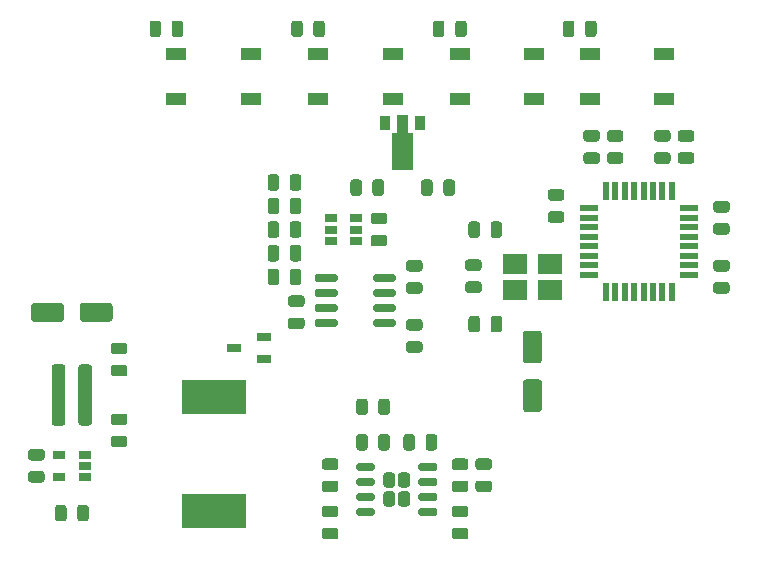
<source format=gbr>
%TF.GenerationSoftware,KiCad,Pcbnew,(5.99.0-2619-gb519867d9)*%
%TF.CreationDate,2020-08-09T22:36:05+05:30*%
%TF.ProjectId,Power_Supply,506f7765-725f-4537-9570-706c792e6b69,rev?*%
%TF.SameCoordinates,Original*%
%TF.FileFunction,Paste,Top*%
%TF.FilePolarity,Positive*%
%FSLAX46Y46*%
G04 Gerber Fmt 4.6, Leading zero omitted, Abs format (unit mm)*
G04 Created by KiCad (PCBNEW (5.99.0-2619-gb519867d9)) date 2020-08-09 22:36:05*
%MOMM*%
%LPD*%
G01*
G04 APERTURE LIST*
%ADD10R,1.600000X0.550000*%
%ADD11R,0.550000X1.600000*%
%ADD12R,2.100000X1.725000*%
%ADD13R,1.700000X1.000000*%
%ADD14R,5.400000X2.900000*%
%ADD15R,1.060000X0.650000*%
%ADD16R,0.900000X1.300000*%
%ADD17R,1.220000X0.650000*%
G04 APERTURE END LIST*
%TO.C,U3*%
G36*
G01*
X82375000Y-52805000D02*
X82375000Y-53595000D01*
G75*
G02*
X82125000Y-53845000I-250000J0D01*
G01*
X81615000Y-53845000D01*
G75*
G02*
X81365000Y-53595000I0J250000D01*
G01*
X81365000Y-52805000D01*
G75*
G02*
X81615000Y-52555000I250000J0D01*
G01*
X82125000Y-52555000D01*
G75*
G02*
X82375000Y-52805000I0J-250000D01*
G01*
G37*
G36*
G01*
X82375000Y-54405000D02*
X82375000Y-55195000D01*
G75*
G02*
X82125000Y-55445000I-250000J0D01*
G01*
X81615000Y-55445000D01*
G75*
G02*
X81365000Y-55195000I0J250000D01*
G01*
X81365000Y-54405000D01*
G75*
G02*
X81615000Y-54155000I250000J0D01*
G01*
X82125000Y-54155000D01*
G75*
G02*
X82375000Y-54405000I0J-250000D01*
G01*
G37*
G36*
G01*
X83635000Y-52805000D02*
X83635000Y-53595000D01*
G75*
G02*
X83385000Y-53845000I-250000J0D01*
G01*
X82875000Y-53845000D01*
G75*
G02*
X82625000Y-53595000I0J250000D01*
G01*
X82625000Y-52805000D01*
G75*
G02*
X82875000Y-52555000I250000J0D01*
G01*
X83385000Y-52555000D01*
G75*
G02*
X83635000Y-52805000I0J-250000D01*
G01*
G37*
G36*
G01*
X83635000Y-54405000D02*
X83635000Y-55195000D01*
G75*
G02*
X83385000Y-55445000I-250000J0D01*
G01*
X82875000Y-55445000D01*
G75*
G02*
X82625000Y-55195000I0J250000D01*
G01*
X82625000Y-54405000D01*
G75*
G02*
X82875000Y-54155000I250000J0D01*
G01*
X83385000Y-54155000D01*
G75*
G02*
X83635000Y-54405000I0J-250000D01*
G01*
G37*
G36*
G01*
X80675000Y-55755000D02*
X80675000Y-56055000D01*
G75*
G02*
X80525000Y-56205000I-150000J0D01*
G01*
X79200000Y-56205000D01*
G75*
G02*
X79050000Y-56055000I0J150000D01*
G01*
X79050000Y-55755000D01*
G75*
G02*
X79200000Y-55605000I150000J0D01*
G01*
X80525000Y-55605000D01*
G75*
G02*
X80675000Y-55755000I0J-150000D01*
G01*
G37*
G36*
G01*
X80675000Y-54485000D02*
X80675000Y-54785000D01*
G75*
G02*
X80525000Y-54935000I-150000J0D01*
G01*
X79200000Y-54935000D01*
G75*
G02*
X79050000Y-54785000I0J150000D01*
G01*
X79050000Y-54485000D01*
G75*
G02*
X79200000Y-54335000I150000J0D01*
G01*
X80525000Y-54335000D01*
G75*
G02*
X80675000Y-54485000I0J-150000D01*
G01*
G37*
G36*
G01*
X80675000Y-53215000D02*
X80675000Y-53515000D01*
G75*
G02*
X80525000Y-53665000I-150000J0D01*
G01*
X79200000Y-53665000D01*
G75*
G02*
X79050000Y-53515000I0J150000D01*
G01*
X79050000Y-53215000D01*
G75*
G02*
X79200000Y-53065000I150000J0D01*
G01*
X80525000Y-53065000D01*
G75*
G02*
X80675000Y-53215000I0J-150000D01*
G01*
G37*
G36*
G01*
X80675000Y-51945000D02*
X80675000Y-52245000D01*
G75*
G02*
X80525000Y-52395000I-150000J0D01*
G01*
X79200000Y-52395000D01*
G75*
G02*
X79050000Y-52245000I0J150000D01*
G01*
X79050000Y-51945000D01*
G75*
G02*
X79200000Y-51795000I150000J0D01*
G01*
X80525000Y-51795000D01*
G75*
G02*
X80675000Y-51945000I0J-150000D01*
G01*
G37*
G36*
G01*
X85950000Y-51945000D02*
X85950000Y-52245000D01*
G75*
G02*
X85800000Y-52395000I-150000J0D01*
G01*
X84475000Y-52395000D01*
G75*
G02*
X84325000Y-52245000I0J150000D01*
G01*
X84325000Y-51945000D01*
G75*
G02*
X84475000Y-51795000I150000J0D01*
G01*
X85800000Y-51795000D01*
G75*
G02*
X85950000Y-51945000I0J-150000D01*
G01*
G37*
G36*
G01*
X85950000Y-53215000D02*
X85950000Y-53515000D01*
G75*
G02*
X85800000Y-53665000I-150000J0D01*
G01*
X84475000Y-53665000D01*
G75*
G02*
X84325000Y-53515000I0J150000D01*
G01*
X84325000Y-53215000D01*
G75*
G02*
X84475000Y-53065000I150000J0D01*
G01*
X85800000Y-53065000D01*
G75*
G02*
X85950000Y-53215000I0J-150000D01*
G01*
G37*
G36*
G01*
X85950000Y-54485000D02*
X85950000Y-54785000D01*
G75*
G02*
X85800000Y-54935000I-150000J0D01*
G01*
X84475000Y-54935000D01*
G75*
G02*
X84325000Y-54785000I0J150000D01*
G01*
X84325000Y-54485000D01*
G75*
G02*
X84475000Y-54335000I150000J0D01*
G01*
X85800000Y-54335000D01*
G75*
G02*
X85950000Y-54485000I0J-150000D01*
G01*
G37*
G36*
G01*
X85950000Y-55755000D02*
X85950000Y-56055000D01*
G75*
G02*
X85800000Y-56205000I-150000J0D01*
G01*
X84475000Y-56205000D01*
G75*
G02*
X84325000Y-56055000I0J150000D01*
G01*
X84325000Y-55755000D01*
G75*
G02*
X84475000Y-55605000I150000J0D01*
G01*
X85800000Y-55605000D01*
G75*
G02*
X85950000Y-55755000I0J-150000D01*
G01*
G37*
%TD*%
D10*
%TO.C,U2*%
X98750000Y-30200000D03*
X98750000Y-31000000D03*
X98750000Y-31800000D03*
X98750000Y-32600000D03*
X98750000Y-33400000D03*
X98750000Y-34200000D03*
X98750000Y-35000000D03*
X98750000Y-35800000D03*
D11*
X100200000Y-37250000D03*
X101000000Y-37250000D03*
X101800000Y-37250000D03*
X102600000Y-37250000D03*
X103400000Y-37250000D03*
X104200000Y-37250000D03*
X105000000Y-37250000D03*
X105800000Y-37250000D03*
D10*
X107250000Y-35800000D03*
X107250000Y-35000000D03*
X107250000Y-34200000D03*
X107250000Y-33400000D03*
X107250000Y-32600000D03*
X107250000Y-31800000D03*
X107250000Y-31000000D03*
X107250000Y-30200000D03*
D11*
X105800000Y-28750000D03*
X105000000Y-28750000D03*
X104200000Y-28750000D03*
X103400000Y-28750000D03*
X102600000Y-28750000D03*
X101800000Y-28750000D03*
X101000000Y-28750000D03*
X100200000Y-28750000D03*
%TD*%
%TO.C,R20*%
G36*
G01*
X83543750Y-34575000D02*
X84456250Y-34575000D01*
G75*
G02*
X84700000Y-34818750I0J-243750D01*
G01*
X84700000Y-35306250D01*
G75*
G02*
X84456250Y-35550000I-243750J0D01*
G01*
X83543750Y-35550000D01*
G75*
G02*
X83300000Y-35306250I0J243750D01*
G01*
X83300000Y-34818750D01*
G75*
G02*
X83543750Y-34575000I243750J0D01*
G01*
G37*
G36*
G01*
X83543750Y-36450000D02*
X84456250Y-36450000D01*
G75*
G02*
X84700000Y-36693750I0J-243750D01*
G01*
X84700000Y-37181250D01*
G75*
G02*
X84456250Y-37425000I-243750J0D01*
G01*
X83543750Y-37425000D01*
G75*
G02*
X83300000Y-37181250I0J243750D01*
G01*
X83300000Y-36693750D01*
G75*
G02*
X83543750Y-36450000I243750J0D01*
G01*
G37*
%TD*%
%TO.C,C3*%
G36*
G01*
X78575000Y-28893750D02*
X78575000Y-27981250D01*
G75*
G02*
X78818750Y-27737500I243750J0D01*
G01*
X79306250Y-27737500D01*
G75*
G02*
X79550000Y-27981250I0J-243750D01*
G01*
X79550000Y-28893750D01*
G75*
G02*
X79306250Y-29137500I-243750J0D01*
G01*
X78818750Y-29137500D01*
G75*
G02*
X78575000Y-28893750I0J243750D01*
G01*
G37*
G36*
G01*
X80450000Y-28893750D02*
X80450000Y-27981250D01*
G75*
G02*
X80693750Y-27737500I243750J0D01*
G01*
X81181250Y-27737500D01*
G75*
G02*
X81425000Y-27981250I0J-243750D01*
G01*
X81425000Y-28893750D01*
G75*
G02*
X81181250Y-29137500I-243750J0D01*
G01*
X80693750Y-29137500D01*
G75*
G02*
X80450000Y-28893750I0J243750D01*
G01*
G37*
%TD*%
%TO.C,C8*%
G36*
G01*
X83075000Y-50456250D02*
X83075000Y-49543750D01*
G75*
G02*
X83318750Y-49300000I243750J0D01*
G01*
X83806250Y-49300000D01*
G75*
G02*
X84050000Y-49543750I0J-243750D01*
G01*
X84050000Y-50456250D01*
G75*
G02*
X83806250Y-50700000I-243750J0D01*
G01*
X83318750Y-50700000D01*
G75*
G02*
X83075000Y-50456250I0J243750D01*
G01*
G37*
G36*
G01*
X84950000Y-50456250D02*
X84950000Y-49543750D01*
G75*
G02*
X85193750Y-49300000I243750J0D01*
G01*
X85681250Y-49300000D01*
G75*
G02*
X85925000Y-49543750I0J-243750D01*
G01*
X85925000Y-50456250D01*
G75*
G02*
X85681250Y-50700000I-243750J0D01*
G01*
X85193750Y-50700000D01*
G75*
G02*
X84950000Y-50456250I0J243750D01*
G01*
G37*
%TD*%
%TO.C,C2*%
G36*
G01*
X109543750Y-29575000D02*
X110456250Y-29575000D01*
G75*
G02*
X110700000Y-29818750I0J-243750D01*
G01*
X110700000Y-30306250D01*
G75*
G02*
X110456250Y-30550000I-243750J0D01*
G01*
X109543750Y-30550000D01*
G75*
G02*
X109300000Y-30306250I0J243750D01*
G01*
X109300000Y-29818750D01*
G75*
G02*
X109543750Y-29575000I243750J0D01*
G01*
G37*
G36*
G01*
X109543750Y-31450000D02*
X110456250Y-31450000D01*
G75*
G02*
X110700000Y-31693750I0J-243750D01*
G01*
X110700000Y-32181250D01*
G75*
G02*
X110456250Y-32425000I-243750J0D01*
G01*
X109543750Y-32425000D01*
G75*
G02*
X109300000Y-32181250I0J243750D01*
G01*
X109300000Y-31693750D01*
G75*
G02*
X109543750Y-31450000I243750J0D01*
G01*
G37*
%TD*%
%TO.C,C6*%
G36*
G01*
X77326250Y-58225000D02*
X76413750Y-58225000D01*
G75*
G02*
X76170000Y-57981250I0J243750D01*
G01*
X76170000Y-57493750D01*
G75*
G02*
X76413750Y-57250000I243750J0D01*
G01*
X77326250Y-57250000D01*
G75*
G02*
X77570000Y-57493750I0J-243750D01*
G01*
X77570000Y-57981250D01*
G75*
G02*
X77326250Y-58225000I-243750J0D01*
G01*
G37*
G36*
G01*
X77326250Y-56350000D02*
X76413750Y-56350000D01*
G75*
G02*
X76170000Y-56106250I0J243750D01*
G01*
X76170000Y-55618750D01*
G75*
G02*
X76413750Y-55375000I243750J0D01*
G01*
X77326250Y-55375000D01*
G75*
G02*
X77570000Y-55618750I0J-243750D01*
G01*
X77570000Y-56106250D01*
G75*
G02*
X77326250Y-56350000I-243750J0D01*
G01*
G37*
%TD*%
%TO.C,R16*%
G36*
G01*
X74425000Y-33543750D02*
X74425000Y-34456250D01*
G75*
G02*
X74181250Y-34700000I-243750J0D01*
G01*
X73693750Y-34700000D01*
G75*
G02*
X73450000Y-34456250I0J243750D01*
G01*
X73450000Y-33543750D01*
G75*
G02*
X73693750Y-33300000I243750J0D01*
G01*
X74181250Y-33300000D01*
G75*
G02*
X74425000Y-33543750I0J-243750D01*
G01*
G37*
G36*
G01*
X72550000Y-33543750D02*
X72550000Y-34456250D01*
G75*
G02*
X72306250Y-34700000I-243750J0D01*
G01*
X71818750Y-34700000D01*
G75*
G02*
X71575000Y-34456250I0J243750D01*
G01*
X71575000Y-33543750D01*
G75*
G02*
X71818750Y-33300000I243750J0D01*
G01*
X72306250Y-33300000D01*
G75*
G02*
X72550000Y-33543750I0J-243750D01*
G01*
G37*
%TD*%
%TO.C,C18*%
G36*
G01*
X59456250Y-50425000D02*
X58543750Y-50425000D01*
G75*
G02*
X58300000Y-50181250I0J243750D01*
G01*
X58300000Y-49693750D01*
G75*
G02*
X58543750Y-49450000I243750J0D01*
G01*
X59456250Y-49450000D01*
G75*
G02*
X59700000Y-49693750I0J-243750D01*
G01*
X59700000Y-50181250D01*
G75*
G02*
X59456250Y-50425000I-243750J0D01*
G01*
G37*
G36*
G01*
X59456250Y-48550000D02*
X58543750Y-48550000D01*
G75*
G02*
X58300000Y-48306250I0J243750D01*
G01*
X58300000Y-47818750D01*
G75*
G02*
X58543750Y-47575000I243750J0D01*
G01*
X59456250Y-47575000D01*
G75*
G02*
X59700000Y-47818750I0J-243750D01*
G01*
X59700000Y-48306250D01*
G75*
G02*
X59456250Y-48550000I-243750J0D01*
G01*
G37*
%TD*%
D12*
%TO.C,Y1*%
X92550000Y-37087500D03*
X95450000Y-37087500D03*
X95450000Y-34912500D03*
X92550000Y-34912500D03*
%TD*%
%TO.C,U4*%
G36*
G01*
X82450000Y-39755000D02*
X82450000Y-40055000D01*
G75*
G02*
X82300000Y-40205000I-150000J0D01*
G01*
X80650000Y-40205000D01*
G75*
G02*
X80500000Y-40055000I0J150000D01*
G01*
X80500000Y-39755000D01*
G75*
G02*
X80650000Y-39605000I150000J0D01*
G01*
X82300000Y-39605000D01*
G75*
G02*
X82450000Y-39755000I0J-150000D01*
G01*
G37*
G36*
G01*
X82450000Y-38485000D02*
X82450000Y-38785000D01*
G75*
G02*
X82300000Y-38935000I-150000J0D01*
G01*
X80650000Y-38935000D01*
G75*
G02*
X80500000Y-38785000I0J150000D01*
G01*
X80500000Y-38485000D01*
G75*
G02*
X80650000Y-38335000I150000J0D01*
G01*
X82300000Y-38335000D01*
G75*
G02*
X82450000Y-38485000I0J-150000D01*
G01*
G37*
G36*
G01*
X82450000Y-37215000D02*
X82450000Y-37515000D01*
G75*
G02*
X82300000Y-37665000I-150000J0D01*
G01*
X80650000Y-37665000D01*
G75*
G02*
X80500000Y-37515000I0J150000D01*
G01*
X80500000Y-37215000D01*
G75*
G02*
X80650000Y-37065000I150000J0D01*
G01*
X82300000Y-37065000D01*
G75*
G02*
X82450000Y-37215000I0J-150000D01*
G01*
G37*
G36*
G01*
X82450000Y-35945000D02*
X82450000Y-36245000D01*
G75*
G02*
X82300000Y-36395000I-150000J0D01*
G01*
X80650000Y-36395000D01*
G75*
G02*
X80500000Y-36245000I0J150000D01*
G01*
X80500000Y-35945000D01*
G75*
G02*
X80650000Y-35795000I150000J0D01*
G01*
X82300000Y-35795000D01*
G75*
G02*
X82450000Y-35945000I0J-150000D01*
G01*
G37*
G36*
G01*
X77500000Y-35945000D02*
X77500000Y-36245000D01*
G75*
G02*
X77350000Y-36395000I-150000J0D01*
G01*
X75700000Y-36395000D01*
G75*
G02*
X75550000Y-36245000I0J150000D01*
G01*
X75550000Y-35945000D01*
G75*
G02*
X75700000Y-35795000I150000J0D01*
G01*
X77350000Y-35795000D01*
G75*
G02*
X77500000Y-35945000I0J-150000D01*
G01*
G37*
G36*
G01*
X77500000Y-37215000D02*
X77500000Y-37515000D01*
G75*
G02*
X77350000Y-37665000I-150000J0D01*
G01*
X75700000Y-37665000D01*
G75*
G02*
X75550000Y-37515000I0J150000D01*
G01*
X75550000Y-37215000D01*
G75*
G02*
X75700000Y-37065000I150000J0D01*
G01*
X77350000Y-37065000D01*
G75*
G02*
X77500000Y-37215000I0J-150000D01*
G01*
G37*
G36*
G01*
X77500000Y-38485000D02*
X77500000Y-38785000D01*
G75*
G02*
X77350000Y-38935000I-150000J0D01*
G01*
X75700000Y-38935000D01*
G75*
G02*
X75550000Y-38785000I0J150000D01*
G01*
X75550000Y-38485000D01*
G75*
G02*
X75700000Y-38335000I150000J0D01*
G01*
X77350000Y-38335000D01*
G75*
G02*
X77500000Y-38485000I0J-150000D01*
G01*
G37*
G36*
G01*
X77500000Y-39755000D02*
X77500000Y-40055000D01*
G75*
G02*
X77350000Y-40205000I-150000J0D01*
G01*
X75700000Y-40205000D01*
G75*
G02*
X75550000Y-40055000I0J150000D01*
G01*
X75550000Y-39755000D01*
G75*
G02*
X75700000Y-39605000I150000J0D01*
G01*
X77350000Y-39605000D01*
G75*
G02*
X77500000Y-39755000I0J-150000D01*
G01*
G37*
%TD*%
%TO.C,C15*%
G36*
G01*
X88575000Y-40456250D02*
X88575000Y-39543750D01*
G75*
G02*
X88818750Y-39300000I243750J0D01*
G01*
X89306250Y-39300000D01*
G75*
G02*
X89550000Y-39543750I0J-243750D01*
G01*
X89550000Y-40456250D01*
G75*
G02*
X89306250Y-40700000I-243750J0D01*
G01*
X88818750Y-40700000D01*
G75*
G02*
X88575000Y-40456250I0J243750D01*
G01*
G37*
G36*
G01*
X90450000Y-40456250D02*
X90450000Y-39543750D01*
G75*
G02*
X90693750Y-39300000I243750J0D01*
G01*
X91181250Y-39300000D01*
G75*
G02*
X91425000Y-39543750I0J-243750D01*
G01*
X91425000Y-40456250D01*
G75*
G02*
X91181250Y-40700000I-243750J0D01*
G01*
X90693750Y-40700000D01*
G75*
G02*
X90450000Y-40456250I0J243750D01*
G01*
G37*
%TD*%
%TO.C,C10*%
G36*
G01*
X110456250Y-37425000D02*
X109543750Y-37425000D01*
G75*
G02*
X109300000Y-37181250I0J243750D01*
G01*
X109300000Y-36693750D01*
G75*
G02*
X109543750Y-36450000I243750J0D01*
G01*
X110456250Y-36450000D01*
G75*
G02*
X110700000Y-36693750I0J-243750D01*
G01*
X110700000Y-37181250D01*
G75*
G02*
X110456250Y-37425000I-243750J0D01*
G01*
G37*
G36*
G01*
X110456250Y-35550000D02*
X109543750Y-35550000D01*
G75*
G02*
X109300000Y-35306250I0J243750D01*
G01*
X109300000Y-34818750D01*
G75*
G02*
X109543750Y-34575000I243750J0D01*
G01*
X110456250Y-34575000D01*
G75*
G02*
X110700000Y-34818750I0J-243750D01*
G01*
X110700000Y-35306250D01*
G75*
G02*
X110456250Y-35550000I-243750J0D01*
G01*
G37*
%TD*%
%TO.C,C4*%
G36*
G01*
X88326250Y-58225000D02*
X87413750Y-58225000D01*
G75*
G02*
X87170000Y-57981250I0J243750D01*
G01*
X87170000Y-57493750D01*
G75*
G02*
X87413750Y-57250000I243750J0D01*
G01*
X88326250Y-57250000D01*
G75*
G02*
X88570000Y-57493750I0J-243750D01*
G01*
X88570000Y-57981250D01*
G75*
G02*
X88326250Y-58225000I-243750J0D01*
G01*
G37*
G36*
G01*
X88326250Y-56350000D02*
X87413750Y-56350000D01*
G75*
G02*
X87170000Y-56106250I0J243750D01*
G01*
X87170000Y-55618750D01*
G75*
G02*
X87413750Y-55375000I243750J0D01*
G01*
X88326250Y-55375000D01*
G75*
G02*
X88570000Y-55618750I0J-243750D01*
G01*
X88570000Y-56106250D01*
G75*
G02*
X88326250Y-56350000I-243750J0D01*
G01*
G37*
%TD*%
D13*
%TO.C,SW2*%
X87850000Y-17100000D03*
X94150000Y-17100000D03*
X94150000Y-20900000D03*
X87850000Y-20900000D03*
%TD*%
%TO.C,R13*%
G36*
G01*
X53300000Y-48350000D02*
X53300000Y-43650000D01*
G75*
G02*
X53550000Y-43400000I250000J0D01*
G01*
X54200000Y-43400000D01*
G75*
G02*
X54450000Y-43650000I0J-250000D01*
G01*
X54450000Y-48350000D01*
G75*
G02*
X54200000Y-48600000I-250000J0D01*
G01*
X53550000Y-48600000D01*
G75*
G02*
X53300000Y-48350000I0J250000D01*
G01*
G37*
G36*
G01*
X55550000Y-48350000D02*
X55550000Y-43650000D01*
G75*
G02*
X55800000Y-43400000I250000J0D01*
G01*
X56450000Y-43400000D01*
G75*
G02*
X56700000Y-43650000I0J-250000D01*
G01*
X56700000Y-48350000D01*
G75*
G02*
X56450000Y-48600000I-250000J0D01*
G01*
X55800000Y-48600000D01*
G75*
G02*
X55550000Y-48350000I0J250000D01*
G01*
G37*
%TD*%
%TO.C,R10*%
G36*
G01*
X61575000Y-15456250D02*
X61575000Y-14543750D01*
G75*
G02*
X61818750Y-14300000I243750J0D01*
G01*
X62306250Y-14300000D01*
G75*
G02*
X62550000Y-14543750I0J-243750D01*
G01*
X62550000Y-15456250D01*
G75*
G02*
X62306250Y-15700000I-243750J0D01*
G01*
X61818750Y-15700000D01*
G75*
G02*
X61575000Y-15456250I0J243750D01*
G01*
G37*
G36*
G01*
X63450000Y-15456250D02*
X63450000Y-14543750D01*
G75*
G02*
X63693750Y-14300000I243750J0D01*
G01*
X64181250Y-14300000D01*
G75*
G02*
X64425000Y-14543750I0J-243750D01*
G01*
X64425000Y-15456250D01*
G75*
G02*
X64181250Y-15700000I-243750J0D01*
G01*
X63693750Y-15700000D01*
G75*
G02*
X63450000Y-15456250I0J243750D01*
G01*
G37*
%TD*%
%TO.C,C14*%
G36*
G01*
X76413750Y-51375000D02*
X77326250Y-51375000D01*
G75*
G02*
X77570000Y-51618750I0J-243750D01*
G01*
X77570000Y-52106250D01*
G75*
G02*
X77326250Y-52350000I-243750J0D01*
G01*
X76413750Y-52350000D01*
G75*
G02*
X76170000Y-52106250I0J243750D01*
G01*
X76170000Y-51618750D01*
G75*
G02*
X76413750Y-51375000I243750J0D01*
G01*
G37*
G36*
G01*
X76413750Y-53250000D02*
X77326250Y-53250000D01*
G75*
G02*
X77570000Y-53493750I0J-243750D01*
G01*
X77570000Y-53981250D01*
G75*
G02*
X77326250Y-54225000I-243750J0D01*
G01*
X76413750Y-54225000D01*
G75*
G02*
X76170000Y-53981250I0J243750D01*
G01*
X76170000Y-53493750D01*
G75*
G02*
X76413750Y-53250000I243750J0D01*
G01*
G37*
%TD*%
%TO.C,C1*%
G36*
G01*
X87413750Y-51375000D02*
X88326250Y-51375000D01*
G75*
G02*
X88570000Y-51618750I0J-243750D01*
G01*
X88570000Y-52106250D01*
G75*
G02*
X88326250Y-52350000I-243750J0D01*
G01*
X87413750Y-52350000D01*
G75*
G02*
X87170000Y-52106250I0J243750D01*
G01*
X87170000Y-51618750D01*
G75*
G02*
X87413750Y-51375000I243750J0D01*
G01*
G37*
G36*
G01*
X87413750Y-53250000D02*
X88326250Y-53250000D01*
G75*
G02*
X88570000Y-53493750I0J-243750D01*
G01*
X88570000Y-53981250D01*
G75*
G02*
X88326250Y-54225000I-243750J0D01*
G01*
X87413750Y-54225000D01*
G75*
G02*
X87170000Y-53981250I0J243750D01*
G01*
X87170000Y-53493750D01*
G75*
G02*
X87413750Y-53250000I243750J0D01*
G01*
G37*
%TD*%
%TO.C,R2*%
G36*
G01*
X106543750Y-23575000D02*
X107456250Y-23575000D01*
G75*
G02*
X107700000Y-23818750I0J-243750D01*
G01*
X107700000Y-24306250D01*
G75*
G02*
X107456250Y-24550000I-243750J0D01*
G01*
X106543750Y-24550000D01*
G75*
G02*
X106300000Y-24306250I0J243750D01*
G01*
X106300000Y-23818750D01*
G75*
G02*
X106543750Y-23575000I243750J0D01*
G01*
G37*
G36*
G01*
X106543750Y-25450000D02*
X107456250Y-25450000D01*
G75*
G02*
X107700000Y-25693750I0J-243750D01*
G01*
X107700000Y-26181250D01*
G75*
G02*
X107456250Y-26425000I-243750J0D01*
G01*
X106543750Y-26425000D01*
G75*
G02*
X106300000Y-26181250I0J243750D01*
G01*
X106300000Y-25693750D01*
G75*
G02*
X106543750Y-25450000I243750J0D01*
G01*
G37*
%TD*%
%TO.C,C20*%
G36*
G01*
X52456250Y-53425000D02*
X51543750Y-53425000D01*
G75*
G02*
X51300000Y-53181250I0J243750D01*
G01*
X51300000Y-52693750D01*
G75*
G02*
X51543750Y-52450000I243750J0D01*
G01*
X52456250Y-52450000D01*
G75*
G02*
X52700000Y-52693750I0J-243750D01*
G01*
X52700000Y-53181250D01*
G75*
G02*
X52456250Y-53425000I-243750J0D01*
G01*
G37*
G36*
G01*
X52456250Y-51550000D02*
X51543750Y-51550000D01*
G75*
G02*
X51300000Y-51306250I0J243750D01*
G01*
X51300000Y-50818750D01*
G75*
G02*
X51543750Y-50575000I243750J0D01*
G01*
X52456250Y-50575000D01*
G75*
G02*
X52700000Y-50818750I0J-243750D01*
G01*
X52700000Y-51306250D01*
G75*
G02*
X52456250Y-51550000I-243750J0D01*
G01*
G37*
%TD*%
%TO.C,R6*%
G36*
G01*
X73575000Y-15456250D02*
X73575000Y-14543750D01*
G75*
G02*
X73818750Y-14300000I243750J0D01*
G01*
X74306250Y-14300000D01*
G75*
G02*
X74550000Y-14543750I0J-243750D01*
G01*
X74550000Y-15456250D01*
G75*
G02*
X74306250Y-15700000I-243750J0D01*
G01*
X73818750Y-15700000D01*
G75*
G02*
X73575000Y-15456250I0J243750D01*
G01*
G37*
G36*
G01*
X75450000Y-15456250D02*
X75450000Y-14543750D01*
G75*
G02*
X75693750Y-14300000I243750J0D01*
G01*
X76181250Y-14300000D01*
G75*
G02*
X76425000Y-14543750I0J-243750D01*
G01*
X76425000Y-15456250D01*
G75*
G02*
X76181250Y-15700000I-243750J0D01*
G01*
X75693750Y-15700000D01*
G75*
G02*
X75450000Y-15456250I0J243750D01*
G01*
G37*
%TD*%
%TO.C,SW1*%
X75850000Y-17100000D03*
X82150000Y-17100000D03*
X75850000Y-20900000D03*
X82150000Y-20900000D03*
%TD*%
%TO.C,R18*%
G36*
G01*
X53575000Y-56456250D02*
X53575000Y-55543750D01*
G75*
G02*
X53818750Y-55300000I243750J0D01*
G01*
X54306250Y-55300000D01*
G75*
G02*
X54550000Y-55543750I0J-243750D01*
G01*
X54550000Y-56456250D01*
G75*
G02*
X54306250Y-56700000I-243750J0D01*
G01*
X53818750Y-56700000D01*
G75*
G02*
X53575000Y-56456250I0J243750D01*
G01*
G37*
G36*
G01*
X55450000Y-56456250D02*
X55450000Y-55543750D01*
G75*
G02*
X55693750Y-55300000I243750J0D01*
G01*
X56181250Y-55300000D01*
G75*
G02*
X56425000Y-55543750I0J-243750D01*
G01*
X56425000Y-56456250D01*
G75*
G02*
X56181250Y-56700000I-243750J0D01*
G01*
X55693750Y-56700000D01*
G75*
G02*
X55450000Y-56456250I0J243750D01*
G01*
G37*
%TD*%
%TO.C,C7*%
G36*
G01*
X58450000Y-38450000D02*
X58450000Y-39550000D01*
G75*
G02*
X58200000Y-39800000I-250000J0D01*
G01*
X55925000Y-39800000D01*
G75*
G02*
X55675000Y-39550000I0J250000D01*
G01*
X55675000Y-38450000D01*
G75*
G02*
X55925000Y-38200000I250000J0D01*
G01*
X58200000Y-38200000D01*
G75*
G02*
X58450000Y-38450000I0J-250000D01*
G01*
G37*
G36*
G01*
X54325000Y-38450000D02*
X54325000Y-39550000D01*
G75*
G02*
X54075000Y-39800000I-250000J0D01*
G01*
X51800000Y-39800000D01*
G75*
G02*
X51550000Y-39550000I0J250000D01*
G01*
X51550000Y-38450000D01*
G75*
G02*
X51800000Y-38200000I250000J0D01*
G01*
X54075000Y-38200000D01*
G75*
G02*
X54325000Y-38450000I0J-250000D01*
G01*
G37*
%TD*%
%TO.C,R8*%
G36*
G01*
X85575000Y-15456250D02*
X85575000Y-14543750D01*
G75*
G02*
X85818750Y-14300000I243750J0D01*
G01*
X86306250Y-14300000D01*
G75*
G02*
X86550000Y-14543750I0J-243750D01*
G01*
X86550000Y-15456250D01*
G75*
G02*
X86306250Y-15700000I-243750J0D01*
G01*
X85818750Y-15700000D01*
G75*
G02*
X85575000Y-15456250I0J243750D01*
G01*
G37*
G36*
G01*
X87450000Y-15456250D02*
X87450000Y-14543750D01*
G75*
G02*
X87693750Y-14300000I243750J0D01*
G01*
X88181250Y-14300000D01*
G75*
G02*
X88425000Y-14543750I0J-243750D01*
G01*
X88425000Y-15456250D01*
G75*
G02*
X88181250Y-15700000I-243750J0D01*
G01*
X87693750Y-15700000D01*
G75*
G02*
X87450000Y-15456250I0J243750D01*
G01*
G37*
%TD*%
%TO.C,R5*%
G36*
G01*
X89456250Y-37362500D02*
X88543750Y-37362500D01*
G75*
G02*
X88300000Y-37118750I0J243750D01*
G01*
X88300000Y-36631250D01*
G75*
G02*
X88543750Y-36387500I243750J0D01*
G01*
X89456250Y-36387500D01*
G75*
G02*
X89700000Y-36631250I0J-243750D01*
G01*
X89700000Y-37118750D01*
G75*
G02*
X89456250Y-37362500I-243750J0D01*
G01*
G37*
G36*
G01*
X89456250Y-35487500D02*
X88543750Y-35487500D01*
G75*
G02*
X88300000Y-35243750I0J243750D01*
G01*
X88300000Y-34756250D01*
G75*
G02*
X88543750Y-34512500I243750J0D01*
G01*
X89456250Y-34512500D01*
G75*
G02*
X89700000Y-34756250I0J-243750D01*
G01*
X89700000Y-35243750D01*
G75*
G02*
X89456250Y-35487500I-243750J0D01*
G01*
G37*
%TD*%
%TO.C,SW3*%
X105150000Y-17100000D03*
X98850000Y-17100000D03*
X105150000Y-20900000D03*
X98850000Y-20900000D03*
%TD*%
%TO.C,R12*%
G36*
G01*
X71575000Y-28456250D02*
X71575000Y-27543750D01*
G75*
G02*
X71818750Y-27300000I243750J0D01*
G01*
X72306250Y-27300000D01*
G75*
G02*
X72550000Y-27543750I0J-243750D01*
G01*
X72550000Y-28456250D01*
G75*
G02*
X72306250Y-28700000I-243750J0D01*
G01*
X71818750Y-28700000D01*
G75*
G02*
X71575000Y-28456250I0J243750D01*
G01*
G37*
G36*
G01*
X73450000Y-28456250D02*
X73450000Y-27543750D01*
G75*
G02*
X73693750Y-27300000I243750J0D01*
G01*
X74181250Y-27300000D01*
G75*
G02*
X74425000Y-27543750I0J-243750D01*
G01*
X74425000Y-28456250D01*
G75*
G02*
X74181250Y-28700000I-243750J0D01*
G01*
X73693750Y-28700000D01*
G75*
G02*
X73450000Y-28456250I0J243750D01*
G01*
G37*
%TD*%
%TO.C,C12*%
G36*
G01*
X93450000Y-40550000D02*
X94550000Y-40550000D01*
G75*
G02*
X94800000Y-40800000I0J-250000D01*
G01*
X94800000Y-43075000D01*
G75*
G02*
X94550000Y-43325000I-250000J0D01*
G01*
X93450000Y-43325000D01*
G75*
G02*
X93200000Y-43075000I0J250000D01*
G01*
X93200000Y-40800000D01*
G75*
G02*
X93450000Y-40550000I250000J0D01*
G01*
G37*
G36*
G01*
X93450000Y-44675000D02*
X94550000Y-44675000D01*
G75*
G02*
X94800000Y-44925000I0J-250000D01*
G01*
X94800000Y-47200000D01*
G75*
G02*
X94550000Y-47450000I-250000J0D01*
G01*
X93450000Y-47450000D01*
G75*
G02*
X93200000Y-47200000I0J250000D01*
G01*
X93200000Y-44925000D01*
G75*
G02*
X93450000Y-44675000I250000J0D01*
G01*
G37*
%TD*%
%TO.C,R19*%
G36*
G01*
X84456250Y-42425000D02*
X83543750Y-42425000D01*
G75*
G02*
X83300000Y-42181250I0J243750D01*
G01*
X83300000Y-41693750D01*
G75*
G02*
X83543750Y-41450000I243750J0D01*
G01*
X84456250Y-41450000D01*
G75*
G02*
X84700000Y-41693750I0J-243750D01*
G01*
X84700000Y-42181250D01*
G75*
G02*
X84456250Y-42425000I-243750J0D01*
G01*
G37*
G36*
G01*
X84456250Y-40550000D02*
X83543750Y-40550000D01*
G75*
G02*
X83300000Y-40306250I0J243750D01*
G01*
X83300000Y-39818750D01*
G75*
G02*
X83543750Y-39575000I243750J0D01*
G01*
X84456250Y-39575000D01*
G75*
G02*
X84700000Y-39818750I0J-243750D01*
G01*
X84700000Y-40306250D01*
G75*
G02*
X84456250Y-40550000I-243750J0D01*
G01*
G37*
%TD*%
D14*
%TO.C,L1*%
X67000000Y-55850000D03*
X67000000Y-46150000D03*
%TD*%
%TO.C,C13*%
G36*
G01*
X81925000Y-49543750D02*
X81925000Y-50456250D01*
G75*
G02*
X81681250Y-50700000I-243750J0D01*
G01*
X81193750Y-50700000D01*
G75*
G02*
X80950000Y-50456250I0J243750D01*
G01*
X80950000Y-49543750D01*
G75*
G02*
X81193750Y-49300000I243750J0D01*
G01*
X81681250Y-49300000D01*
G75*
G02*
X81925000Y-49543750I0J-243750D01*
G01*
G37*
G36*
G01*
X80050000Y-49543750D02*
X80050000Y-50456250D01*
G75*
G02*
X79806250Y-50700000I-243750J0D01*
G01*
X79318750Y-50700000D01*
G75*
G02*
X79075000Y-50456250I0J243750D01*
G01*
X79075000Y-49543750D01*
G75*
G02*
X79318750Y-49300000I243750J0D01*
G01*
X79806250Y-49300000D01*
G75*
G02*
X80050000Y-49543750I0J-243750D01*
G01*
G37*
%TD*%
%TO.C,R1*%
G36*
G01*
X98543750Y-23575000D02*
X99456250Y-23575000D01*
G75*
G02*
X99700000Y-23818750I0J-243750D01*
G01*
X99700000Y-24306250D01*
G75*
G02*
X99456250Y-24550000I-243750J0D01*
G01*
X98543750Y-24550000D01*
G75*
G02*
X98300000Y-24306250I0J243750D01*
G01*
X98300000Y-23818750D01*
G75*
G02*
X98543750Y-23575000I243750J0D01*
G01*
G37*
G36*
G01*
X98543750Y-25450000D02*
X99456250Y-25450000D01*
G75*
G02*
X99700000Y-25693750I0J-243750D01*
G01*
X99700000Y-26181250D01*
G75*
G02*
X99456250Y-26425000I-243750J0D01*
G01*
X98543750Y-26425000D01*
G75*
G02*
X98300000Y-26181250I0J243750D01*
G01*
X98300000Y-25693750D01*
G75*
G02*
X98543750Y-25450000I243750J0D01*
G01*
G37*
%TD*%
D13*
%TO.C,SW4*%
X63850000Y-17100000D03*
X70150000Y-17100000D03*
X70150000Y-20900000D03*
X63850000Y-20900000D03*
%TD*%
%TO.C,D1*%
G36*
G01*
X101456250Y-26425000D02*
X100543750Y-26425000D01*
G75*
G02*
X100300000Y-26181250I0J243750D01*
G01*
X100300000Y-25693750D01*
G75*
G02*
X100543750Y-25450000I243750J0D01*
G01*
X101456250Y-25450000D01*
G75*
G02*
X101700000Y-25693750I0J-243750D01*
G01*
X101700000Y-26181250D01*
G75*
G02*
X101456250Y-26425000I-243750J0D01*
G01*
G37*
G36*
G01*
X101456250Y-24550000D02*
X100543750Y-24550000D01*
G75*
G02*
X100300000Y-24306250I0J243750D01*
G01*
X100300000Y-23818750D01*
G75*
G02*
X100543750Y-23575000I243750J0D01*
G01*
X101456250Y-23575000D01*
G75*
G02*
X101700000Y-23818750I0J-243750D01*
G01*
X101700000Y-24306250D01*
G75*
G02*
X101456250Y-24550000I-243750J0D01*
G01*
G37*
%TD*%
%TO.C,R15*%
G36*
G01*
X71575000Y-32456250D02*
X71575000Y-31543750D01*
G75*
G02*
X71818750Y-31300000I243750J0D01*
G01*
X72306250Y-31300000D01*
G75*
G02*
X72550000Y-31543750I0J-243750D01*
G01*
X72550000Y-32456250D01*
G75*
G02*
X72306250Y-32700000I-243750J0D01*
G01*
X71818750Y-32700000D01*
G75*
G02*
X71575000Y-32456250I0J243750D01*
G01*
G37*
G36*
G01*
X73450000Y-32456250D02*
X73450000Y-31543750D01*
G75*
G02*
X73693750Y-31300000I243750J0D01*
G01*
X74181250Y-31300000D01*
G75*
G02*
X74425000Y-31543750I0J-243750D01*
G01*
X74425000Y-32456250D01*
G75*
G02*
X74181250Y-32700000I-243750J0D01*
G01*
X73693750Y-32700000D01*
G75*
G02*
X73450000Y-32456250I0J243750D01*
G01*
G37*
%TD*%
%TO.C,C5*%
G36*
G01*
X89413750Y-51375000D02*
X90326250Y-51375000D01*
G75*
G02*
X90570000Y-51618750I0J-243750D01*
G01*
X90570000Y-52106250D01*
G75*
G02*
X90326250Y-52350000I-243750J0D01*
G01*
X89413750Y-52350000D01*
G75*
G02*
X89170000Y-52106250I0J243750D01*
G01*
X89170000Y-51618750D01*
G75*
G02*
X89413750Y-51375000I243750J0D01*
G01*
G37*
G36*
G01*
X89413750Y-53250000D02*
X90326250Y-53250000D01*
G75*
G02*
X90570000Y-53493750I0J-243750D01*
G01*
X90570000Y-53981250D01*
G75*
G02*
X90326250Y-54225000I-243750J0D01*
G01*
X89413750Y-54225000D01*
G75*
G02*
X89170000Y-53981250I0J243750D01*
G01*
X89170000Y-53493750D01*
G75*
G02*
X89413750Y-53250000I243750J0D01*
G01*
G37*
%TD*%
D15*
%TO.C,U6*%
X79100000Y-32950000D03*
X79100000Y-32000000D03*
X79100000Y-31050000D03*
X76900000Y-31050000D03*
X76900000Y-32000000D03*
X76900000Y-32950000D03*
%TD*%
%TO.C,U5*%
X56100000Y-52950000D03*
X56100000Y-52000000D03*
X56100000Y-51050000D03*
X53900000Y-51050000D03*
X53900000Y-52950000D03*
%TD*%
%TO.C,D2*%
G36*
G01*
X105456250Y-26425000D02*
X104543750Y-26425000D01*
G75*
G02*
X104300000Y-26181250I0J243750D01*
G01*
X104300000Y-25693750D01*
G75*
G02*
X104543750Y-25450000I243750J0D01*
G01*
X105456250Y-25450000D01*
G75*
G02*
X105700000Y-25693750I0J-243750D01*
G01*
X105700000Y-26181250D01*
G75*
G02*
X105456250Y-26425000I-243750J0D01*
G01*
G37*
G36*
G01*
X105456250Y-24550000D02*
X104543750Y-24550000D01*
G75*
G02*
X104300000Y-24306250I0J243750D01*
G01*
X104300000Y-23818750D01*
G75*
G02*
X104543750Y-23575000I243750J0D01*
G01*
X105456250Y-23575000D01*
G75*
G02*
X105700000Y-23818750I0J-243750D01*
G01*
X105700000Y-24306250D01*
G75*
G02*
X105456250Y-24550000I-243750J0D01*
G01*
G37*
%TD*%
D16*
%TO.C,U1*%
X84500000Y-22973385D03*
G36*
X83450000Y-22323386D02*
G01*
X83449999Y-23798385D01*
X83866499Y-23798385D01*
X83866499Y-26923385D01*
X82133500Y-26923385D01*
X82133500Y-23798384D01*
X82550000Y-23798384D01*
X82550001Y-22323385D01*
X83450000Y-22323386D01*
G37*
X81500000Y-22973385D03*
%TD*%
%TO.C,C21*%
G36*
G01*
X81456250Y-33425000D02*
X80543750Y-33425000D01*
G75*
G02*
X80300000Y-33181250I0J243750D01*
G01*
X80300000Y-32693750D01*
G75*
G02*
X80543750Y-32450000I243750J0D01*
G01*
X81456250Y-32450000D01*
G75*
G02*
X81700000Y-32693750I0J-243750D01*
G01*
X81700000Y-33181250D01*
G75*
G02*
X81456250Y-33425000I-243750J0D01*
G01*
G37*
G36*
G01*
X81456250Y-31550000D02*
X80543750Y-31550000D01*
G75*
G02*
X80300000Y-31306250I0J243750D01*
G01*
X80300000Y-30818750D01*
G75*
G02*
X80543750Y-30575000I243750J0D01*
G01*
X81456250Y-30575000D01*
G75*
G02*
X81700000Y-30818750I0J-243750D01*
G01*
X81700000Y-31306250D01*
G75*
G02*
X81456250Y-31550000I-243750J0D01*
G01*
G37*
%TD*%
%TO.C,R9*%
G36*
G01*
X96575000Y-15456250D02*
X96575000Y-14543750D01*
G75*
G02*
X96818750Y-14300000I243750J0D01*
G01*
X97306250Y-14300000D01*
G75*
G02*
X97550000Y-14543750I0J-243750D01*
G01*
X97550000Y-15456250D01*
G75*
G02*
X97306250Y-15700000I-243750J0D01*
G01*
X96818750Y-15700000D01*
G75*
G02*
X96575000Y-15456250I0J243750D01*
G01*
G37*
G36*
G01*
X98450000Y-15456250D02*
X98450000Y-14543750D01*
G75*
G02*
X98693750Y-14300000I243750J0D01*
G01*
X99181250Y-14300000D01*
G75*
G02*
X99425000Y-14543750I0J-243750D01*
G01*
X99425000Y-15456250D01*
G75*
G02*
X99181250Y-15700000I-243750J0D01*
G01*
X98693750Y-15700000D01*
G75*
G02*
X98450000Y-15456250I0J243750D01*
G01*
G37*
%TD*%
%TO.C,C16*%
G36*
G01*
X58543750Y-41575000D02*
X59456250Y-41575000D01*
G75*
G02*
X59700000Y-41818750I0J-243750D01*
G01*
X59700000Y-42306250D01*
G75*
G02*
X59456250Y-42550000I-243750J0D01*
G01*
X58543750Y-42550000D01*
G75*
G02*
X58300000Y-42306250I0J243750D01*
G01*
X58300000Y-41818750D01*
G75*
G02*
X58543750Y-41575000I243750J0D01*
G01*
G37*
G36*
G01*
X58543750Y-43450000D02*
X59456250Y-43450000D01*
G75*
G02*
X59700000Y-43693750I0J-243750D01*
G01*
X59700000Y-44181250D01*
G75*
G02*
X59456250Y-44425000I-243750J0D01*
G01*
X58543750Y-44425000D01*
G75*
G02*
X58300000Y-44181250I0J243750D01*
G01*
X58300000Y-43693750D01*
G75*
G02*
X58543750Y-43450000I243750J0D01*
G01*
G37*
%TD*%
%TO.C,C19*%
G36*
G01*
X73543750Y-37575000D02*
X74456250Y-37575000D01*
G75*
G02*
X74700000Y-37818750I0J-243750D01*
G01*
X74700000Y-38306250D01*
G75*
G02*
X74456250Y-38550000I-243750J0D01*
G01*
X73543750Y-38550000D01*
G75*
G02*
X73300000Y-38306250I0J243750D01*
G01*
X73300000Y-37818750D01*
G75*
G02*
X73543750Y-37575000I243750J0D01*
G01*
G37*
G36*
G01*
X73543750Y-39450000D02*
X74456250Y-39450000D01*
G75*
G02*
X74700000Y-39693750I0J-243750D01*
G01*
X74700000Y-40181250D01*
G75*
G02*
X74456250Y-40425000I-243750J0D01*
G01*
X73543750Y-40425000D01*
G75*
G02*
X73300000Y-40181250I0J243750D01*
G01*
X73300000Y-39693750D01*
G75*
G02*
X73543750Y-39450000I243750J0D01*
G01*
G37*
%TD*%
%TO.C,R7*%
G36*
G01*
X79075000Y-47456250D02*
X79075000Y-46543750D01*
G75*
G02*
X79318750Y-46300000I243750J0D01*
G01*
X79806250Y-46300000D01*
G75*
G02*
X80050000Y-46543750I0J-243750D01*
G01*
X80050000Y-47456250D01*
G75*
G02*
X79806250Y-47700000I-243750J0D01*
G01*
X79318750Y-47700000D01*
G75*
G02*
X79075000Y-47456250I0J243750D01*
G01*
G37*
G36*
G01*
X80950000Y-47456250D02*
X80950000Y-46543750D01*
G75*
G02*
X81193750Y-46300000I243750J0D01*
G01*
X81681250Y-46300000D01*
G75*
G02*
X81925000Y-46543750I0J-243750D01*
G01*
X81925000Y-47456250D01*
G75*
G02*
X81681250Y-47700000I-243750J0D01*
G01*
X81193750Y-47700000D01*
G75*
G02*
X80950000Y-47456250I0J243750D01*
G01*
G37*
%TD*%
%TO.C,R14*%
G36*
G01*
X74425000Y-29543750D02*
X74425000Y-30456250D01*
G75*
G02*
X74181250Y-30700000I-243750J0D01*
G01*
X73693750Y-30700000D01*
G75*
G02*
X73450000Y-30456250I0J243750D01*
G01*
X73450000Y-29543750D01*
G75*
G02*
X73693750Y-29300000I243750J0D01*
G01*
X74181250Y-29300000D01*
G75*
G02*
X74425000Y-29543750I0J-243750D01*
G01*
G37*
G36*
G01*
X72550000Y-29543750D02*
X72550000Y-30456250D01*
G75*
G02*
X72306250Y-30700000I-243750J0D01*
G01*
X71818750Y-30700000D01*
G75*
G02*
X71575000Y-30456250I0J243750D01*
G01*
X71575000Y-29543750D01*
G75*
G02*
X71818750Y-29300000I243750J0D01*
G01*
X72306250Y-29300000D01*
G75*
G02*
X72550000Y-29543750I0J-243750D01*
G01*
G37*
%TD*%
%TO.C,R17*%
G36*
G01*
X71575000Y-36456250D02*
X71575000Y-35543750D01*
G75*
G02*
X71818750Y-35300000I243750J0D01*
G01*
X72306250Y-35300000D01*
G75*
G02*
X72550000Y-35543750I0J-243750D01*
G01*
X72550000Y-36456250D01*
G75*
G02*
X72306250Y-36700000I-243750J0D01*
G01*
X71818750Y-36700000D01*
G75*
G02*
X71575000Y-36456250I0J243750D01*
G01*
G37*
G36*
G01*
X73450000Y-36456250D02*
X73450000Y-35543750D01*
G75*
G02*
X73693750Y-35300000I243750J0D01*
G01*
X74181250Y-35300000D01*
G75*
G02*
X74425000Y-35543750I0J-243750D01*
G01*
X74425000Y-36456250D01*
G75*
G02*
X74181250Y-36700000I-243750J0D01*
G01*
X73693750Y-36700000D01*
G75*
G02*
X73450000Y-36456250I0J243750D01*
G01*
G37*
%TD*%
D17*
%TO.C,D3*%
X71310000Y-42950000D03*
X71310000Y-41050000D03*
X68690000Y-42000000D03*
%TD*%
%TO.C,C17*%
G36*
G01*
X88575000Y-32456250D02*
X88575000Y-31543750D01*
G75*
G02*
X88818750Y-31300000I243750J0D01*
G01*
X89306250Y-31300000D01*
G75*
G02*
X89550000Y-31543750I0J-243750D01*
G01*
X89550000Y-32456250D01*
G75*
G02*
X89306250Y-32700000I-243750J0D01*
G01*
X88818750Y-32700000D01*
G75*
G02*
X88575000Y-32456250I0J243750D01*
G01*
G37*
G36*
G01*
X90450000Y-32456250D02*
X90450000Y-31543750D01*
G75*
G02*
X90693750Y-31300000I243750J0D01*
G01*
X91181250Y-31300000D01*
G75*
G02*
X91425000Y-31543750I0J-243750D01*
G01*
X91425000Y-32456250D01*
G75*
G02*
X91181250Y-32700000I-243750J0D01*
G01*
X90693750Y-32700000D01*
G75*
G02*
X90450000Y-32456250I0J243750D01*
G01*
G37*
%TD*%
%TO.C,C11*%
G36*
G01*
X87425000Y-27981250D02*
X87425000Y-28893750D01*
G75*
G02*
X87181250Y-29137500I-243750J0D01*
G01*
X86693750Y-29137500D01*
G75*
G02*
X86450000Y-28893750I0J243750D01*
G01*
X86450000Y-27981250D01*
G75*
G02*
X86693750Y-27737500I243750J0D01*
G01*
X87181250Y-27737500D01*
G75*
G02*
X87425000Y-27981250I0J-243750D01*
G01*
G37*
G36*
G01*
X85550000Y-27981250D02*
X85550000Y-28893750D01*
G75*
G02*
X85306250Y-29137500I-243750J0D01*
G01*
X84818750Y-29137500D01*
G75*
G02*
X84575000Y-28893750I0J243750D01*
G01*
X84575000Y-27981250D01*
G75*
G02*
X84818750Y-27737500I243750J0D01*
G01*
X85306250Y-27737500D01*
G75*
G02*
X85550000Y-27981250I0J-243750D01*
G01*
G37*
%TD*%
%TO.C,C9*%
G36*
G01*
X95543750Y-28575000D02*
X96456250Y-28575000D01*
G75*
G02*
X96700000Y-28818750I0J-243750D01*
G01*
X96700000Y-29306250D01*
G75*
G02*
X96456250Y-29550000I-243750J0D01*
G01*
X95543750Y-29550000D01*
G75*
G02*
X95300000Y-29306250I0J243750D01*
G01*
X95300000Y-28818750D01*
G75*
G02*
X95543750Y-28575000I243750J0D01*
G01*
G37*
G36*
G01*
X95543750Y-30450000D02*
X96456250Y-30450000D01*
G75*
G02*
X96700000Y-30693750I0J-243750D01*
G01*
X96700000Y-31181250D01*
G75*
G02*
X96456250Y-31425000I-243750J0D01*
G01*
X95543750Y-31425000D01*
G75*
G02*
X95300000Y-31181250I0J243750D01*
G01*
X95300000Y-30693750D01*
G75*
G02*
X95543750Y-30450000I243750J0D01*
G01*
G37*
%TD*%
M02*

</source>
